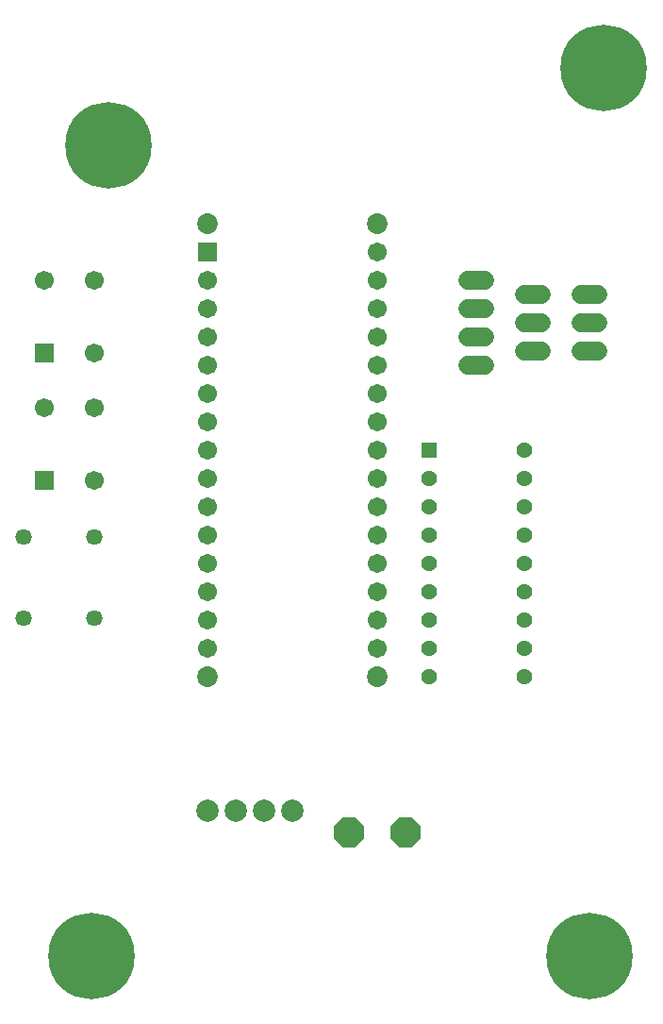
<source format=gbr>
G04 EAGLE Gerber RS-274X export*
G75*
%MOMM*%
%FSLAX34Y34*%
%LPD*%
%INSoldermask Top*%
%IPPOS*%
%AMOC8*
5,1,8,0,0,1.08239X$1,22.5*%
G01*
G04 Define Apertures*
%ADD10C,1.727200*%
%ADD11P,2.96921X8X22.5*%
%ADD12C,1.463200*%
%ADD13R,1.701800X1.701800*%
%ADD14C,1.701800*%
%ADD15C,2.003200*%
%ADD16R,1.431200X1.431200*%
%ADD17C,1.431200*%
%ADD18R,1.711200X1.711200*%
%ADD19C,1.711200*%
%ADD20C,1.854200*%
%ADD21C,2.903200*%
%ADD22C,7.753200*%
D10*
X970280Y749300D02*
X985520Y749300D01*
X985520Y723900D02*
X970280Y723900D01*
X970280Y698500D02*
X985520Y698500D01*
X985520Y673100D02*
X970280Y673100D01*
D11*
X863600Y254000D03*
X914400Y254000D03*
D12*
X571500Y446400D03*
X571500Y518800D03*
X635000Y446400D03*
X635000Y518800D03*
D13*
X590042Y684276D03*
D14*
X635000Y684276D03*
X635000Y749300D03*
X590042Y749300D03*
D13*
X590042Y569976D03*
D14*
X635000Y569976D03*
X635000Y635000D03*
X590042Y635000D03*
D15*
X736600Y273160D03*
X812800Y273160D03*
X787400Y273160D03*
X762000Y273160D03*
D16*
X935400Y596900D03*
D17*
X935400Y571500D03*
X935400Y546100D03*
X935400Y520700D03*
X935400Y495300D03*
X935400Y469900D03*
X935400Y444500D03*
X935400Y419100D03*
X935400Y393700D03*
X1020400Y393700D03*
X1020400Y419100D03*
X1020400Y444500D03*
X1020400Y469900D03*
X1020400Y495300D03*
X1020400Y520700D03*
X1020400Y546100D03*
X1020400Y571500D03*
X1020400Y596900D03*
D18*
X736600Y774700D03*
D19*
X736600Y749300D03*
X736600Y723900D03*
X736600Y698500D03*
X736600Y673100D03*
X736600Y647700D03*
X736600Y622300D03*
X736600Y596900D03*
X736600Y571500D03*
X736600Y546100D03*
X736600Y520700D03*
X736600Y495300D03*
X736600Y469900D03*
X736600Y444500D03*
X736600Y419100D03*
X889000Y419100D03*
X889000Y444500D03*
X889000Y469900D03*
X889000Y495300D03*
X889000Y520700D03*
X889000Y546100D03*
X889000Y571500D03*
X889000Y596900D03*
X889000Y622300D03*
X889000Y647700D03*
X889000Y673100D03*
X889000Y698500D03*
X889000Y723900D03*
X889000Y749300D03*
X889000Y774700D03*
D20*
X736600Y393700D03*
X889000Y393700D03*
X736600Y800100D03*
X889000Y800100D03*
D10*
X1021080Y736600D02*
X1036320Y736600D01*
X1036320Y711200D02*
X1021080Y711200D01*
X1021080Y685800D02*
X1036320Y685800D01*
X1071880Y736600D02*
X1087120Y736600D01*
X1087120Y711200D02*
X1071880Y711200D01*
X1071880Y685800D02*
X1087120Y685800D01*
D21*
X632110Y142590D03*
D22*
X632110Y142590D03*
D21*
X1079500Y142590D03*
D22*
X1079500Y142590D03*
D21*
X1092200Y939800D03*
D22*
X1092200Y939800D03*
D21*
X647700Y870110D03*
D22*
X647700Y870110D03*
M02*

</source>
